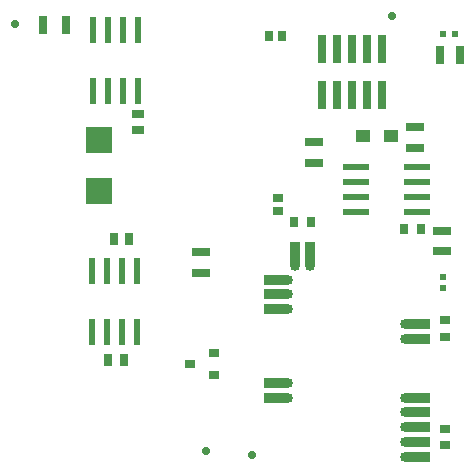
<source format=gtp>
%FSLAX24Y24*%
%MOIN*%
G70*
G01*
G75*
G04 Layer_Color=8421504*
%ADD10C,0.0098*%
%ADD11R,0.0354X0.0315*%
%ADD12C,0.0276*%
%ADD13R,0.0276X0.0394*%
%ADD14R,0.0236X0.0886*%
%ADD15R,0.0591X0.0295*%
%ADD16R,0.0295X0.0591*%
%ADD17R,0.0354X0.0315*%
%ADD18R,0.0492X0.0433*%
%ADD19R,0.0906X0.0906*%
%ADD20R,0.0315X0.0354*%
%ADD21R,0.0197X0.0236*%
%ADD22R,0.0236X0.0197*%
%ADD23R,0.0394X0.0276*%
%ADD24R,0.0315X0.0630*%
%ADD25R,0.0846X0.0335*%
%ADD26C,0.0335*%
%ADD27R,0.0335X0.0846*%
%ADD28R,0.0886X0.0236*%
%ADD29R,0.0299X0.0945*%
%ADD30C,0.0100*%
%ADD31C,0.0079*%
%ADD32C,0.0138*%
%ADD33C,0.0118*%
%ADD34O,0.0669X0.1181*%
%ADD35R,0.0380X0.0380*%
%ADD36C,0.0380*%
%ADD37C,0.0380*%
%ADD38R,0.0630X0.0315*%
%ADD39R,0.0906X0.0236*%
%ADD40R,0.0630X0.1063*%
%ADD41R,0.0358X0.0480*%
%ADD42R,0.0480X0.0358*%
%ADD43R,0.0118X0.0295*%
%ADD44R,0.2165X0.0827*%
%ADD45C,0.0236*%
%ADD46C,0.0394*%
%ADD47C,0.0039*%
%ADD48C,0.0063*%
D11*
X9331Y9232D02*
D03*
Y8799D02*
D03*
X14921Y984D02*
D03*
Y1535D02*
D03*
X14921Y4606D02*
D03*
Y5157D02*
D03*
D12*
X8465Y669D02*
D03*
X13150Y15315D02*
D03*
X6929Y787D02*
D03*
X591Y15039D02*
D03*
D13*
X3878Y7874D02*
D03*
X4390D02*
D03*
X3689Y3819D02*
D03*
X4201D02*
D03*
D14*
X3187Y14843D02*
D03*
Y12795D02*
D03*
X3687D02*
D03*
X4187D02*
D03*
X4687D02*
D03*
X3687Y14843D02*
D03*
X4187D02*
D03*
X4687D02*
D03*
X3148Y6811D02*
D03*
Y4764D02*
D03*
X3648D02*
D03*
X4148D02*
D03*
X4648D02*
D03*
X3648Y6811D02*
D03*
X4148D02*
D03*
X4648D02*
D03*
D15*
X10551Y10404D02*
D03*
Y11093D02*
D03*
X13898Y10915D02*
D03*
Y11604D02*
D03*
X14803Y7451D02*
D03*
Y8140D02*
D03*
X6772Y6742D02*
D03*
Y7431D02*
D03*
D16*
X14734Y14016D02*
D03*
X15423D02*
D03*
D17*
X6417Y3701D02*
D03*
X7205Y3327D02*
D03*
Y4075D02*
D03*
D18*
X12175Y11299D02*
D03*
X13100D02*
D03*
D19*
X3386Y9469D02*
D03*
Y11171D02*
D03*
D20*
X9882Y8425D02*
D03*
X10433D02*
D03*
X13543Y8189D02*
D03*
X14094D02*
D03*
X9035Y14646D02*
D03*
X9469D02*
D03*
D21*
X14843Y6614D02*
D03*
Y6220D02*
D03*
D22*
Y14685D02*
D03*
X15236D02*
D03*
D23*
X4685Y11516D02*
D03*
Y12028D02*
D03*
D24*
X1496Y15001D02*
D03*
X2283D02*
D03*
D25*
X9262Y2579D02*
D03*
Y3071D02*
D03*
Y5531D02*
D03*
Y6024D02*
D03*
Y6516D02*
D03*
X14006Y1102D02*
D03*
Y610D02*
D03*
Y1594D02*
D03*
Y4547D02*
D03*
Y2087D02*
D03*
Y2579D02*
D03*
Y5039D02*
D03*
D26*
X9685Y3071D02*
D03*
Y2579D02*
D03*
Y5531D02*
D03*
Y6024D02*
D03*
Y6516D02*
D03*
X9911Y6959D02*
D03*
X13583Y610D02*
D03*
Y1102D02*
D03*
Y1594D02*
D03*
Y2087D02*
D03*
Y2579D02*
D03*
Y4547D02*
D03*
X10404Y6959D02*
D03*
X13583Y5039D02*
D03*
D27*
X9911Y7382D02*
D03*
X10404D02*
D03*
D28*
X11929Y8778D02*
D03*
Y9278D02*
D03*
Y9778D02*
D03*
Y10278D02*
D03*
X13976Y8778D02*
D03*
Y9778D02*
D03*
Y9278D02*
D03*
Y10278D02*
D03*
D29*
X12311Y14193D02*
D03*
Y12657D02*
D03*
X12811Y14193D02*
D03*
Y12657D02*
D03*
X11811Y14193D02*
D03*
Y12657D02*
D03*
X11311Y14193D02*
D03*
Y12657D02*
D03*
X10811Y14193D02*
D03*
Y12657D02*
D03*
M02*

</source>
